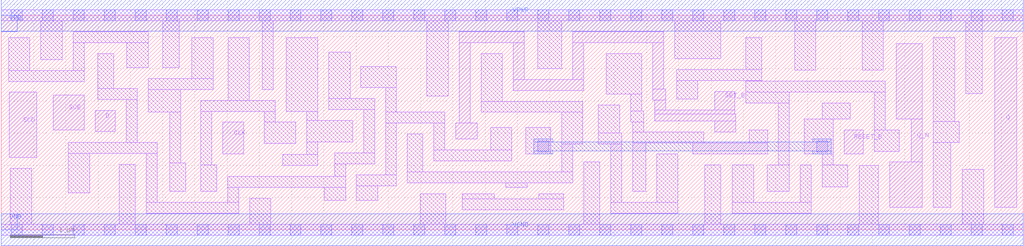
<source format=lef>
# Copyright 2020 The SkyWater PDK Authors
#
# Licensed under the Apache License, Version 2.0 (the "License");
# you may not use this file except in compliance with the License.
# You may obtain a copy of the License at
#
#     https://www.apache.org/licenses/LICENSE-2.0
#
# Unless required by applicable law or agreed to in writing, software
# distributed under the License is distributed on an "AS IS" BASIS,
# WITHOUT WARRANTIES OR CONDITIONS OF ANY KIND, either express or implied.
# See the License for the specific language governing permissions and
# limitations under the License.
#
# SPDX-License-Identifier: Apache-2.0

VERSION 5.5 ;
NAMESCASESENSITIVE ON ;
BUSBITCHARS "[]" ;
DIVIDERCHAR "/" ;
MACRO sky130_fd_sc_ms__sdfbbp_1
  CLASS CORE ;
  SOURCE USER ;
  ORIGIN  0.000000  0.000000 ;
  SIZE  15.84000 BY  3.330000 ;
  SYMMETRY X Y ;
  SITE unit ;
  PIN D
    ANTENNAGATEAREA  0.159000 ;
    DIRECTION INPUT ;
    USE SIGNAL ;
    PORT
      LAYER li1 ;
        RECT 1.455000 1.525000 1.765000 1.855000 ;
    END
  END D
  PIN Q
    ANTENNADIFFAREA  0.530100 ;
    DIRECTION OUTPUT ;
    USE SIGNAL ;
    PORT
      LAYER li1 ;
        RECT 15.395000 0.350000 15.735000 2.980000 ;
    END
  END Q
  PIN Q_N
    ANTENNADIFFAREA  0.518900 ;
    DIRECTION OUTPUT ;
    USE SIGNAL ;
    PORT
      LAYER li1 ;
        RECT 13.770000 0.350000 14.275000 1.050000 ;
        RECT 13.870000 1.720000 14.275000 2.890000 ;
        RECT 14.105000 1.050000 14.275000 1.720000 ;
    END
  END Q_N
  PIN RESET_B
    ANTENNAGATEAREA  0.159000 ;
    DIRECTION INPUT ;
    USE SIGNAL ;
    PORT
      LAYER li1 ;
        RECT 13.065000 1.180000 13.360000 1.550000 ;
    END
  END RESET_B
  PIN SCD
    ANTENNAGATEAREA  0.159000 ;
    DIRECTION INPUT ;
    USE SIGNAL ;
    PORT
      LAYER li1 ;
        RECT 0.125000 1.125000 0.550000 2.135000 ;
    END
  END SCD
  PIN SCE
    ANTENNAGATEAREA  0.318000 ;
    DIRECTION INPUT ;
    USE SIGNAL ;
    PORT
      LAYER li1 ;
        RECT 0.805000 1.550000 1.285000 2.095000 ;
    END
  END SCE
  PIN SET_B
    ANTENNAGATEAREA  0.470000 ;
    DIRECTION INPUT ;
    USE SIGNAL ;
    PORT
      LAYER li1 ;
        RECT  7.045000 1.410000  7.375000 1.655000 ;
        RECT  7.095000 1.655000  7.265000 2.905000 ;
        RECT  7.095000 2.905000  8.105000 3.075000 ;
        RECT  7.935000 2.165000  9.025000 2.335000 ;
        RECT  7.935000 2.335000  8.105000 2.905000 ;
        RECT  8.855000 2.335000  9.025000 2.905000 ;
        RECT  8.855000 2.905000 10.265000 3.075000 ;
        RECT 10.095000 2.015000 10.295000 2.185000 ;
        RECT 10.095000 2.185000 10.265000 2.905000 ;
        RECT 10.125000 1.690000 11.385000 1.800000 ;
        RECT 10.125000 1.800000 11.365000 1.860000 ;
        RECT 10.125000 1.860000 10.295000 2.015000 ;
        RECT 11.055000 1.520000 11.385000 1.690000 ;
        RECT 11.055000 1.860000 11.365000 2.150000 ;
    END
  END SET_B
  PIN CLK
    ANTENNAGATEAREA  0.279000 ;
    DIRECTION INPUT ;
    USE CLOCK ;
    PORT
      LAYER li1 ;
        RECT 3.430000 1.180000 3.760000 1.670000 ;
    END
  END CLK
  PIN VGND
    DIRECTION INOUT ;
    USE GROUND ;
    PORT
      LAYER met1 ;
        RECT 0.000000 -0.245000 15.840000 0.245000 ;
    END
  END VGND
  PIN VNB
    DIRECTION INOUT ;
    USE GROUND ;
    PORT
    END
  END VNB
  PIN VPB
    DIRECTION INOUT ;
    USE POWER ;
    PORT
    END
  END VPB
  PIN VNB
    DIRECTION INOUT ;
    USE GROUND ;
    PORT
      LAYER met1 ;
        RECT 0.000000 0.000000 0.250000 0.250000 ;
    END
  END VNB
  PIN VPB
    DIRECTION INOUT ;
    USE POWER ;
    PORT
      LAYER met1 ;
        RECT 0.000000 3.080000 0.250000 3.330000 ;
    END
  END VPB
  PIN VPWR
    DIRECTION INOUT ;
    USE POWER ;
    PORT
      LAYER met1 ;
        RECT 0.000000 3.085000 15.840000 3.575000 ;
    END
  END VPWR
  OBS
    LAYER li1 ;
      RECT  0.000000 -0.085000 15.840000 0.085000 ;
      RECT  0.000000  3.245000 15.840000 3.415000 ;
      RECT  0.115000  2.305000  1.285000 2.475000 ;
      RECT  0.115000  2.475000  0.445000 2.980000 ;
      RECT  0.140000  0.085000  0.470000 0.955000 ;
      RECT  0.615000  2.645000  0.945000 3.245000 ;
      RECT  1.040000  0.575000  1.370000 1.185000 ;
      RECT  1.040000  1.185000  2.420000 1.355000 ;
      RECT  1.115000  2.475000  1.285000 2.905000 ;
      RECT  1.115000  2.905000  2.275000 3.075000 ;
      RECT  1.495000  2.025000  2.105000 2.195000 ;
      RECT  1.495000  2.195000  1.745000 2.735000 ;
      RECT  1.830000  0.085000  2.080000 1.015000 ;
      RECT  1.935000  1.355000  2.105000 2.025000 ;
      RECT  1.945000  2.520000  2.275000 2.905000 ;
      RECT  2.250000  0.255000  3.680000 0.425000 ;
      RECT  2.250000  0.425000  2.420000 1.185000 ;
      RECT  2.275000  1.830000  2.780000 2.180000 ;
      RECT  2.275000  2.180000  3.285000 2.350000 ;
      RECT  2.505000  2.520000  2.755000 3.245000 ;
      RECT  2.610000  0.595000  2.860000 1.035000 ;
      RECT  2.610000  1.035000  2.780000 1.830000 ;
      RECT  2.955000  2.350000  3.285000 2.980000 ;
      RECT  3.090000  0.595000  3.340000 1.010000 ;
      RECT  3.090000  1.010000  3.260000 1.840000 ;
      RECT  3.090000  1.840000  4.245000 2.010000 ;
      RECT  3.510000  0.425000  3.680000 0.660000 ;
      RECT  3.510000  0.660000  5.335000 0.830000 ;
      RECT  3.515000  2.010000  3.845000 2.980000 ;
      RECT  3.850000  0.085000  4.180000 0.490000 ;
      RECT  4.045000  2.180000  4.215000 3.245000 ;
      RECT  4.075000  1.340000  4.565000 1.670000 ;
      RECT  4.075000  1.670000  4.245000 1.840000 ;
      RECT  4.360000  1.000000  4.905000 1.170000 ;
      RECT  4.415000  1.840000  4.905000 2.980000 ;
      RECT  4.735000  1.170000  4.905000 1.365000 ;
      RECT  4.735000  1.365000  5.445000 1.695000 ;
      RECT  4.735000  1.695000  4.905000 1.840000 ;
      RECT  5.005000  0.460000  5.335000 0.660000 ;
      RECT  5.075000  1.865000  5.785000 2.035000 ;
      RECT  5.075000  2.035000  5.405000 2.755000 ;
      RECT  5.165000  0.830000  5.335000 1.025000 ;
      RECT  5.165000  1.025000  5.785000 1.195000 ;
      RECT  5.505000  0.460000  5.835000 0.685000 ;
      RECT  5.505000  0.685000  6.125000 0.855000 ;
      RECT  5.575000  2.205000  6.125000 2.535000 ;
      RECT  5.615000  1.195000  5.785000 1.865000 ;
      RECT  5.955000  0.855000  6.125000 1.655000 ;
      RECT  5.955000  1.655000  6.875000 1.825000 ;
      RECT  5.955000  1.825000  6.125000 2.205000 ;
      RECT  6.295000  0.730000  8.855000 0.900000 ;
      RECT  6.295000  0.900000  6.535000 1.485000 ;
      RECT  6.490000  0.085000  6.885000 0.560000 ;
      RECT  6.595000  2.075000  6.925000 3.245000 ;
      RECT  6.705000  1.070000  7.915000 1.240000 ;
      RECT  6.705000  1.240000  6.875000 1.655000 ;
      RECT  7.145000  0.310000  8.715000 0.480000 ;
      RECT  7.145000  0.480000  7.640000 0.560000 ;
      RECT  7.435000  1.825000  9.015000 1.995000 ;
      RECT  7.435000  1.995000  7.765000 2.735000 ;
      RECT  7.585000  1.240000  7.915000 1.585000 ;
      RECT  7.820000  0.655000  8.150000 0.730000 ;
      RECT  8.125000  1.180000  8.515000 1.585000 ;
      RECT  8.315000  2.505000  8.685000 3.245000 ;
      RECT  8.330000  0.480000  8.715000 0.560000 ;
      RECT  8.685000  0.900000  8.855000 1.335000 ;
      RECT  8.685000  1.335000  9.015000 1.825000 ;
      RECT  9.025000  0.085000  9.275000 1.050000 ;
      RECT  9.255000  1.335000  9.615000 1.505000 ;
      RECT  9.255000  1.505000  9.585000 1.940000 ;
      RECT  9.375000  2.110000  9.925000 2.735000 ;
      RECT  9.445000  0.255000 10.485000 0.425000 ;
      RECT  9.445000  0.425000  9.615000 1.335000 ;
      RECT  9.755000  1.675000  9.955000 1.845000 ;
      RECT  9.755000  1.845000  9.925000 2.110000 ;
      RECT  9.785000  0.595000  9.985000 1.350000 ;
      RECT  9.785000  1.350000 10.885000 1.520000 ;
      RECT  9.785000  1.520000  9.955000 1.675000 ;
      RECT 10.155000  0.425000 10.485000 1.180000 ;
      RECT 10.435000  2.660000 11.150000 3.245000 ;
      RECT 10.465000  2.030000 10.795000 2.320000 ;
      RECT 10.465000  2.320000 11.785000 2.490000 ;
      RECT 10.715000  1.180000 11.875000 1.350000 ;
      RECT 10.900000  0.085000 11.150000 1.010000 ;
      RECT 11.330000  0.255000 12.555000 0.425000 ;
      RECT 11.330000  0.425000 11.660000 1.010000 ;
      RECT 11.535000  1.970000 12.215000 2.140000 ;
      RECT 11.535000  2.140000 13.700000 2.310000 ;
      RECT 11.535000  2.310000 11.785000 2.320000 ;
      RECT 11.535000  2.490000 11.785000 2.980000 ;
      RECT 11.595000  1.350000 11.875000 1.550000 ;
      RECT 11.870000  0.595000 12.215000 1.010000 ;
      RECT 12.045000  1.010000 12.215000 1.970000 ;
      RECT 12.295000  2.480000 12.625000 3.245000 ;
      RECT 12.385000  0.425000 12.555000 1.010000 ;
      RECT 12.445000  1.180000 12.895000 1.720000 ;
      RECT 12.725000  0.670000 13.115000 1.010000 ;
      RECT 12.725000  1.010000 12.895000 1.180000 ;
      RECT 12.725000  1.720000 13.155000 1.970000 ;
      RECT 13.295000  0.085000 13.590000 1.000000 ;
      RECT 13.340000  2.480000 13.670000 3.245000 ;
      RECT 13.530000  1.220000 13.915000 1.550000 ;
      RECT 13.530000  1.550000 13.700000 2.140000 ;
      RECT 14.445000  0.350000 14.715000 1.355000 ;
      RECT 14.445000  1.355000 14.845000 1.685000 ;
      RECT 14.445000  1.685000 14.775000 2.980000 ;
      RECT 14.895000  0.085000 15.225000 0.940000 ;
      RECT 14.945000  2.115000 15.205000 3.245000 ;
    LAYER mcon ;
      RECT  0.155000 -0.085000  0.325000 0.085000 ;
      RECT  0.155000  3.245000  0.325000 3.415000 ;
      RECT  0.635000 -0.085000  0.805000 0.085000 ;
      RECT  0.635000  3.245000  0.805000 3.415000 ;
      RECT  1.115000 -0.085000  1.285000 0.085000 ;
      RECT  1.115000  3.245000  1.285000 3.415000 ;
      RECT  1.595000 -0.085000  1.765000 0.085000 ;
      RECT  1.595000  3.245000  1.765000 3.415000 ;
      RECT  2.075000 -0.085000  2.245000 0.085000 ;
      RECT  2.075000  3.245000  2.245000 3.415000 ;
      RECT  2.555000 -0.085000  2.725000 0.085000 ;
      RECT  2.555000  3.245000  2.725000 3.415000 ;
      RECT  3.035000 -0.085000  3.205000 0.085000 ;
      RECT  3.035000  3.245000  3.205000 3.415000 ;
      RECT  3.515000 -0.085000  3.685000 0.085000 ;
      RECT  3.515000  3.245000  3.685000 3.415000 ;
      RECT  3.995000 -0.085000  4.165000 0.085000 ;
      RECT  3.995000  3.245000  4.165000 3.415000 ;
      RECT  4.475000 -0.085000  4.645000 0.085000 ;
      RECT  4.475000  3.245000  4.645000 3.415000 ;
      RECT  4.955000 -0.085000  5.125000 0.085000 ;
      RECT  4.955000  3.245000  5.125000 3.415000 ;
      RECT  5.435000 -0.085000  5.605000 0.085000 ;
      RECT  5.435000  3.245000  5.605000 3.415000 ;
      RECT  5.915000 -0.085000  6.085000 0.085000 ;
      RECT  5.915000  3.245000  6.085000 3.415000 ;
      RECT  6.395000 -0.085000  6.565000 0.085000 ;
      RECT  6.395000  3.245000  6.565000 3.415000 ;
      RECT  6.875000 -0.085000  7.045000 0.085000 ;
      RECT  6.875000  3.245000  7.045000 3.415000 ;
      RECT  7.355000 -0.085000  7.525000 0.085000 ;
      RECT  7.355000  3.245000  7.525000 3.415000 ;
      RECT  7.835000 -0.085000  8.005000 0.085000 ;
      RECT  7.835000  3.245000  8.005000 3.415000 ;
      RECT  8.315000 -0.085000  8.485000 0.085000 ;
      RECT  8.315000  1.210000  8.485000 1.380000 ;
      RECT  8.315000  3.245000  8.485000 3.415000 ;
      RECT  8.795000 -0.085000  8.965000 0.085000 ;
      RECT  8.795000  3.245000  8.965000 3.415000 ;
      RECT  9.275000 -0.085000  9.445000 0.085000 ;
      RECT  9.275000  3.245000  9.445000 3.415000 ;
      RECT  9.755000 -0.085000  9.925000 0.085000 ;
      RECT  9.755000  3.245000  9.925000 3.415000 ;
      RECT 10.235000 -0.085000 10.405000 0.085000 ;
      RECT 10.235000  3.245000 10.405000 3.415000 ;
      RECT 10.715000 -0.085000 10.885000 0.085000 ;
      RECT 10.715000  3.245000 10.885000 3.415000 ;
      RECT 11.195000 -0.085000 11.365000 0.085000 ;
      RECT 11.195000  3.245000 11.365000 3.415000 ;
      RECT 11.675000 -0.085000 11.845000 0.085000 ;
      RECT 11.675000  3.245000 11.845000 3.415000 ;
      RECT 12.155000 -0.085000 12.325000 0.085000 ;
      RECT 12.155000  3.245000 12.325000 3.415000 ;
      RECT 12.635000 -0.085000 12.805000 0.085000 ;
      RECT 12.635000  1.210000 12.805000 1.380000 ;
      RECT 12.635000  3.245000 12.805000 3.415000 ;
      RECT 13.115000 -0.085000 13.285000 0.085000 ;
      RECT 13.115000  3.245000 13.285000 3.415000 ;
      RECT 13.595000 -0.085000 13.765000 0.085000 ;
      RECT 13.595000  3.245000 13.765000 3.415000 ;
      RECT 14.075000 -0.085000 14.245000 0.085000 ;
      RECT 14.075000  3.245000 14.245000 3.415000 ;
      RECT 14.555000 -0.085000 14.725000 0.085000 ;
      RECT 14.555000  3.245000 14.725000 3.415000 ;
      RECT 15.035000 -0.085000 15.205000 0.085000 ;
      RECT 15.035000  3.245000 15.205000 3.415000 ;
      RECT 15.515000 -0.085000 15.685000 0.085000 ;
      RECT 15.515000  3.245000 15.685000 3.415000 ;
    LAYER met1 ;
      RECT  8.255000 1.180000  8.545000 1.225000 ;
      RECT  8.255000 1.225000 12.865000 1.365000 ;
      RECT  8.255000 1.365000  8.545000 1.410000 ;
      RECT 12.575000 1.180000 12.865000 1.225000 ;
      RECT 12.575000 1.365000 12.865000 1.410000 ;
  END
END sky130_fd_sc_ms__sdfbbp_1
END LIBRARY

</source>
